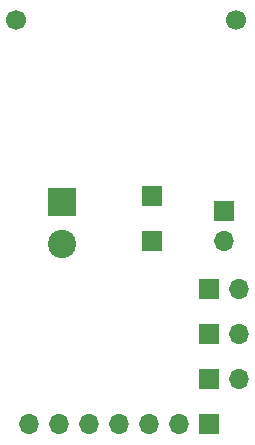
<source format=gbr>
%TF.GenerationSoftware,KiCad,Pcbnew,(6.0.7)*%
%TF.CreationDate,2022-11-28T20:00:57-08:00*%
%TF.ProjectId,max98357-amp,6d617839-3833-4353-972d-616d702e6b69,rev?*%
%TF.SameCoordinates,Original*%
%TF.FileFunction,Soldermask,Bot*%
%TF.FilePolarity,Negative*%
%FSLAX46Y46*%
G04 Gerber Fmt 4.6, Leading zero omitted, Abs format (unit mm)*
G04 Created by KiCad (PCBNEW (6.0.7)) date 2022-11-28 20:00:57*
%MOMM*%
%LPD*%
G01*
G04 APERTURE LIST*
%ADD10R,1.700000X1.700000*%
%ADD11O,1.700000X1.700000*%
%ADD12R,2.400000X2.400000*%
%ADD13C,2.400000*%
%ADD14C,1.700000*%
G04 APERTURE END LIST*
D10*
%TO.C,J1*%
X146304000Y-119126000D03*
D11*
X143764000Y-119126000D03*
X141224000Y-119126000D03*
X138684000Y-119126000D03*
X136144000Y-119126000D03*
X133604000Y-119126000D03*
X131064000Y-119126000D03*
%TD*%
D10*
%TO.C,J6*%
X141478000Y-103632000D03*
%TD*%
%TO.C,J3*%
X146304000Y-111506000D03*
D11*
X148844000Y-111506000D03*
%TD*%
D12*
%TO.C,J7*%
X133858000Y-100330000D03*
D13*
X133858000Y-103830000D03*
%TD*%
D14*
%TO.C,S1*%
X148557000Y-84931992D03*
X129964200Y-84931992D03*
%TD*%
D10*
%TO.C,J5*%
X141478000Y-99822000D03*
%TD*%
%TO.C,J2*%
X146304000Y-115316000D03*
D11*
X148844000Y-115316000D03*
%TD*%
D10*
%TO.C,J8*%
X147574000Y-101087000D03*
D11*
X147574000Y-103627000D03*
%TD*%
D10*
%TO.C,J4*%
X146304000Y-107696000D03*
D11*
X148844000Y-107696000D03*
%TD*%
M02*

</source>
